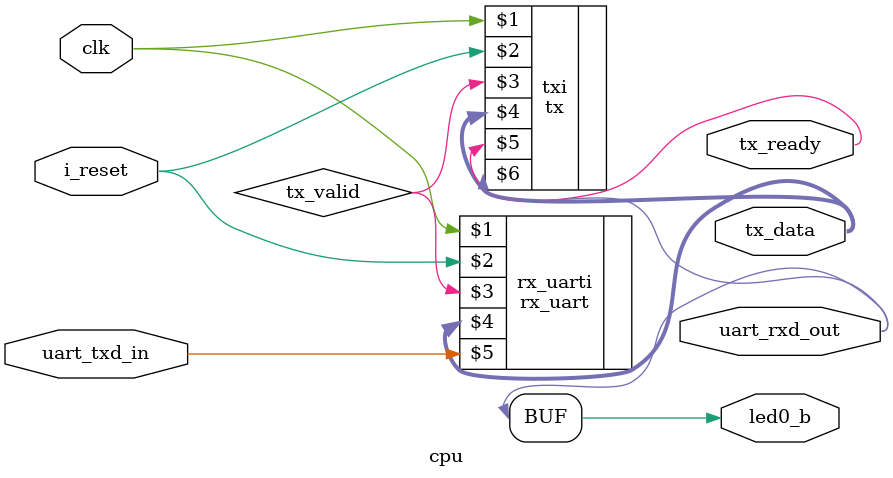
<source format=v>
`timescale 1ns / 1ps

module cpu #(
    parameter                     BW = 9,
    parameter                     TIMER_BITS = 32,
    parameter [(TIMER_BITS-1):0]  CLOCKS_PER_BAUD = 868
  ) (
    input wire            clk,
    input wire            i_reset,

    output wire            led0_b,
    output wire            tx_ready,
    output wire [(BW-2):0] tx_data,

    input wire            uart_txd_in,
    output wire           uart_rxd_out
  );

  wire tx_valid;

  assign led0_b = uart_rxd_out;

  tx #(BW, TIMER_BITS, CLOCKS_PER_BAUD) txi (
    clk,
    i_reset,
    tx_valid,
    tx_data,
    tx_ready,
    uart_rxd_out
  );

  rx_uart #(BW, TIMER_BITS, CLOCKS_PER_BAUD) rx_uarti (
    clk,
    i_reset,
    tx_valid,
    tx_data,
    uart_txd_in
  );
endmodule

</source>
